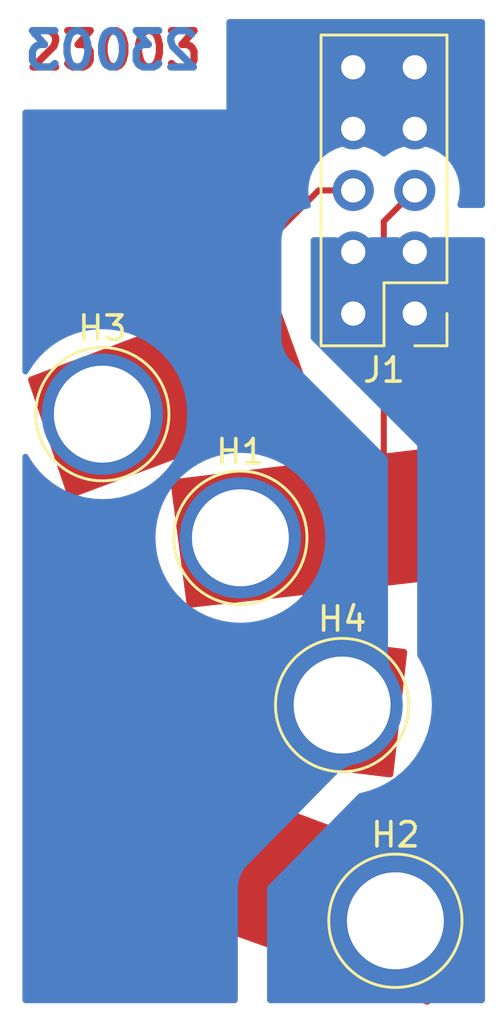
<source format=kicad_pcb>
(kicad_pcb (version 20211014) (generator pcbnew)
  (layers (0 "F.Cu" signal) (31 "B.Cu" signal) (34 "B.Paste" user) (35 "F.Paste" user) (36 "B.SilkS" user "B.Silkscreen") (37 "F.SilkS" user "F.Silkscreen") (38 "B.Mask" user) (39 "F.Mask" user) (44 "Edge.Cuts" user))
  (net 0 "")
  (net 1 "canh")
  (net 2 "+24V")
  (net 3 "canl")
  (net 4 "GND")
  (footprint "TestPoint:TestPoint_Plated_Hole_D4.0mm" (layer "F.Cu") (at 114.8 107.4)
    (fp_text reference "H1" (at 0 -3.548) (layer "F.SilkS"))
    (fp_text value "MountingHole_Pad" hide)
    (fp_circle (center 0 0) (end 0 2.75) (layer "F.SilkS") (width 0.12) (fill none))
    (pad "1" thru_hole circle locked (at 0 0) (size 5 5) (drill 4) (layers *.Cu *.Mask) (net 1 "canh"))
  )
  (footprint "TestPoint:TestPoint_Plated_Hole_D4.0mm" (layer "F.Cu") (at 121.2 123.2)
    (fp_text reference "H2" (at 0 -3.548) (layer "F.SilkS"))
    (fp_text value "MountingHole_Pad" hide)
    (fp_circle (center 0 0) (end 0 2.75) (layer "F.SilkS") (width 0.12) (fill none))
    (pad "1" thru_hole circle locked (at 0 0) (size 5 5) (drill 4) (layers *.Cu *.Mask) (net 2 "+24V"))
  )
  (footprint "TestPoint:TestPoint_Plated_Hole_D4.0mm" (layer "F.Cu") (at 109.1 102.3)
    (fp_text reference "H3" (at 0 -3.548) (layer "F.SilkS"))
    (fp_text value "MountingHole_Pad" hide)
    (fp_circle (center 0 0) (end 0 2.75) (layer "F.SilkS") (width 0.12) (fill none))
    (pad "1" thru_hole circle locked (at 0 0) (size 5 5) (drill 4) (layers *.Cu *.Mask) (net 3 "canl"))
  )
  (footprint "TestPoint:TestPoint_Plated_Hole_D4.0mm" (layer "F.Cu") (at 119 114.3)
    (fp_text reference "H4" (at 0 -3.548) (layer "F.SilkS"))
    (fp_text value "MountingHole_Pad" hide)
    (fp_circle (center 0 0) (end 0 2.75) (layer "F.SilkS") (width 0.12) (fill none))
    (pad "1" thru_hole circle locked (at 0 0) (size 5 5) (drill 4) (layers *.Cu *.Mask) (net 4 "GND"))
  )
  (footprint "Connector_PinHeader_2.54mm:PinHeader_2x05_P2.54mm_Vertical" (layer "F.Cu") (at 122 98.15 180)
    (fp_text reference "J1" (at 1.27 -2.33) (layer "F.SilkS"))
    (fp_text value "Conn_02x05_Odd_Even" hide)
    (fp_line (start -1.33 0) (end -1.33 -1.33) (layer "F.SilkS") (width 0.12))
    (fp_line (start 1.27 1.27) (end 1.27 -1.33) (layer "F.SilkS") (width 0.12))
    (fp_line (start -1.33 1.27) (end 1.27 1.27) (layer "F.SilkS") (width 0.12))
    (fp_line (start 3.87 -1.33) (end 3.87 11.49) (layer "F.SilkS") (width 0.12))
    (fp_line (start 1.27 -1.33) (end 3.87 -1.33) (layer "F.SilkS") (width 0.12))
    (fp_line (start -1.33 -1.33) (end 0 -1.33) (layer "F.SilkS") (width 0.12))
    (fp_line (start -1.33 11.49) (end 3.87 11.49) (layer "F.SilkS") (width 0.12))
    (fp_line (start -1.33 1.27) (end -1.33 11.49) (layer "F.SilkS") (width 0.12))
    (pad "1" thru_hole rect locked (at 0 0 180) (size 1.7 1.7) (drill 1) (layers *.Cu *.Mask) (net 2 "+24V"))
    (pad "2" thru_hole oval locked (at 2.54 0 180) (size 1.7 1.7) (drill 1) (layers *.Cu *.Mask) (net 2 "+24V"))
    (pad "3" thru_hole oval locked (at 0 2.54 180) (size 1.7 1.7) (drill 1) (layers *.Cu *.Mask) (net 2 "+24V"))
    (pad "4" thru_hole oval locked (at 2.54 2.54 180) (size 1.7 1.7) (drill 1) (layers *.Cu *.Mask) (net 2 "+24V"))
    (pad "5" thru_hole oval locked (at 0 5.08 180) (size 1.7 1.7) (drill 1) (layers *.Cu *.Mask) (net 1 "canh"))
    (pad "6" thru_hole oval locked (at 2.54 5.08 180) (size 1.7 1.7) (drill 1) (layers *.Cu *.Mask) (net 3 "canl"))
    (pad "7" thru_hole oval locked (at 0 7.62 180) (size 1.7 1.7) (drill 1) (layers *.Cu *.Mask) (net 4 "GND"))
    (pad "8" thru_hole oval locked (at 2.54 7.62 180) (size 1.7 1.7) (drill 1) (layers *.Cu *.Mask) (net 4 "GND"))
    (pad "9" thru_hole oval locked (at 0 10.16 180) (size 1.7 1.7) (drill 1) (layers *.Cu *.Mask) (net 4 "GND"))
    (pad "10" thru_hole oval locked (at 2.54 10.16 180) (size 1.7 1.7) (drill 1) (layers *.Cu *.Mask) (net 4 "GND"))
  )
  (gr_text "23003" (at 109.6 87.3) (layer "F.Cu") (effects (font (size 1.5 1.5) (thickness 0.3))))
  (gr_text "23003" (at 109.5 87.3) (layer "B.Cu") (effects (font (size 1.5 1.5) (thickness 0.3)) (justify mirror)))
  (segment (start 120.72 105.28) (end 118.6 107.4) (width 0.25) (layer "F.Cu") (net 1))
  (segment (start 118.6 107.4) (end 114.8 107.4) (width 0.25) (layer "F.Cu") (net 1))
  (segment (start 120.72 94.35) (end 120.72 105.28) (width 0.25) (layer "F.Cu") (net 1))
  (segment (start 122 93.07) (end 120.72 94.35) (width 0.25) (layer "F.Cu") (net 1))
  (segment (start 116.1 97.8) (end 111.6 102.3) (width 0.25) (layer "F.Cu") (net 3))
  (segment (start 111.6 102.3) (end 109.1 102.3) (width 0.25) (layer "F.Cu") (net 3))
  (segment (start 116.1 95) (end 116.1 97.8) (width 0.25) (layer "F.Cu") (net 3))
  (segment (start 118.03 93.07) (end 116.1 95) (width 0.25) (layer "F.Cu") (net 3))
  (segment (start 119.46 93.07) (end 118.03 93.07) (width 0.25) (layer "F.Cu") (net 3))
  (zone (net 1) (net_name "canh") (layer "F.Cu") (priority 1) (connect_pads yes (clearance 1.2)) (min_thickness 0.254) (fill yes (thermal_gap 1) (thermal_bridge_width 2))
    (polygon (pts (xy 123.3 109.1) (xy 112.6 110.3) (xy 111.9 105) (xy 122.6 103.7)))
  )
  (zone (net 4) (net_name "GND") (layer "F.Cu") (priority 1) (connect_pads yes (clearance 1.2)) (min_thickness 0.254) (fill yes (thermal_gap 1) (thermal_bridge_width 2))
    (polygon (pts (xy 121.7 112) (xy 121.1 117.3) (xy 110.4 116) (xy 111 110.7)))
  )
  (zone (net 3) (net_name "canl") (layer "F.Cu") (priority 1) (connect_pads yes (clearance 1.2)) (min_thickness 0.254) (fill yes (thermal_gap 1) (thermal_bridge_width 2))
    (polygon (pts (xy 117.9 102) (xy 107.7 105.8) (xy 106 100.8) (xy 116.1 97)))
  )
  (zone (net 2) (net_name "+24V") (layer "F.Cu") (priority 1) (connect_pads yes (clearance 1.2)) (min_thickness 0.254) (fill yes (thermal_gap 1) (thermal_bridge_width 2))
    (polygon (pts (xy 124.5 121.5) (xy 122.6 126.7) (xy 112.3 123) (xy 114.3 117.7)))
  )
  (zone (net 2) (net_name "+24V") (layer "B.Cu") (priority 2) (connect_pads yes (clearance 1.2)) (min_thickness 0.254) (fill yes (thermal_gap 1) (thermal_bridge_width 2))
    (polygon (pts (xy 124.9 126.6) (xy 115.9 126.6) (xy 115.9 121.8) (xy 122.1 115.5) (xy 122.1 103.6) (xy 117.7 99.2) (xy 117.7 95) (xy 124.9 95)))
  )
  (zone (net 4) (net_name "GND") (layer "B.Cu") (connect_pads yes (clearance 1)) (min_thickness 0.254) (fill yes (thermal_gap 1) (thermal_bridge_width 2))
    (polygon (pts (xy 124.9 105.4) (xy 124.9 126.6) (xy 105.8 126.6) (xy 105.8 111.9) (xy 105.8 86) (xy 124.9 86)))
  )
)
</source>
